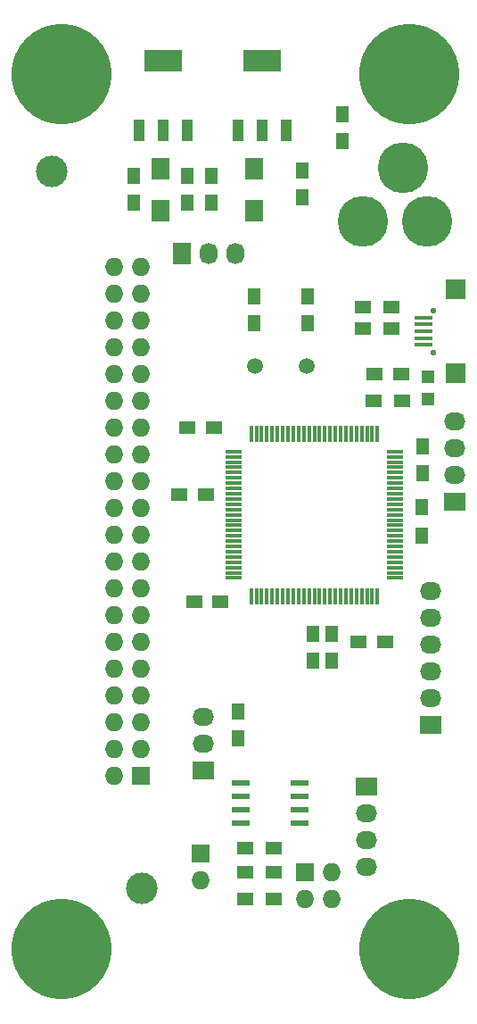
<source format=gbr>
G04 #@! TF.FileFunction,Soldermask,Top*
%FSLAX46Y46*%
G04 Gerber Fmt 4.6, Leading zero omitted, Abs format (unit mm)*
G04 Created by KiCad (PCBNEW (after 2015-mar-04 BZR unknown)-product) date 3/3/2017 1:44:03 PM*
%MOMM*%
G01*
G04 APERTURE LIST*
%ADD10C,0.100000*%
%ADD11R,1.500000X0.300000*%
%ADD12R,0.300000X1.500000*%
%ADD13R,1.500000X1.250000*%
%ADD14R,1.250000X1.500000*%
%ADD15R,1.700000X2.000000*%
%ADD16C,3.000000*%
%ADD17R,2.032000X1.727200*%
%ADD18O,2.032000X1.727200*%
%ADD19R,1.727200X1.727200*%
%ADD20O,1.727200X1.727200*%
%ADD21R,1.727200X2.032000*%
%ADD22O,1.727200X2.032000*%
%ADD23R,1.500000X1.300000*%
%ADD24R,1.300000X1.500000*%
%ADD25R,1.651000X0.599440*%
%ADD26C,4.800600*%
%ADD27R,3.657600X2.032000*%
%ADD28R,1.016000X2.032000*%
%ADD29R,1.800000X0.400000*%
%ADD30C,0.550000*%
%ADD31R,1.900000X1.900000*%
%ADD32C,1.501140*%
%ADD33R,1.198880X1.198880*%
%ADD34C,9.525000*%
G04 APERTURE END LIST*
D10*
D11*
X47705000Y-63785000D03*
X47705000Y-63285000D03*
X47705000Y-62785000D03*
X47705000Y-62285000D03*
X47705000Y-61785000D03*
X47705000Y-61285000D03*
X47705000Y-60785000D03*
X47705000Y-60285000D03*
X47705000Y-59785000D03*
X47705000Y-59285000D03*
X47705000Y-58785000D03*
X47705000Y-58285000D03*
X47705000Y-57785000D03*
X47705000Y-57285000D03*
X47705000Y-56785000D03*
X47705000Y-56285000D03*
X47705000Y-55785000D03*
X47705000Y-55285000D03*
X47705000Y-54785000D03*
X47705000Y-54285000D03*
X47705000Y-53785000D03*
X47705000Y-53285000D03*
X47705000Y-52785000D03*
X47705000Y-52285000D03*
X47705000Y-51785000D03*
D12*
X46005000Y-50085000D03*
X45505000Y-50085000D03*
X45005000Y-50085000D03*
X44505000Y-50085000D03*
X44005000Y-50085000D03*
X43505000Y-50085000D03*
X43005000Y-50085000D03*
X42505000Y-50085000D03*
X42005000Y-50085000D03*
X41505000Y-50085000D03*
X41005000Y-50085000D03*
X40505000Y-50085000D03*
X40005000Y-50085000D03*
X39505000Y-50085000D03*
X39005000Y-50085000D03*
X38505000Y-50085000D03*
X38005000Y-50085000D03*
X37505000Y-50085000D03*
X37005000Y-50085000D03*
X36505000Y-50085000D03*
X36005000Y-50085000D03*
X35505000Y-50085000D03*
X35005000Y-50085000D03*
X34505000Y-50085000D03*
X34005000Y-50085000D03*
D11*
X32305000Y-51785000D03*
X32305000Y-52285000D03*
X32305000Y-52785000D03*
X32305000Y-53285000D03*
X32305000Y-53785000D03*
X32305000Y-54285000D03*
X32305000Y-54785000D03*
X32305000Y-55285000D03*
X32305000Y-55785000D03*
X32305000Y-56285000D03*
X32305000Y-56785000D03*
X32305000Y-57285000D03*
X32305000Y-57785000D03*
X32305000Y-58285000D03*
X32305000Y-58785000D03*
X32305000Y-59285000D03*
X32305000Y-59785000D03*
X32305000Y-60285000D03*
X32305000Y-60785000D03*
X32305000Y-61285000D03*
X32305000Y-61785000D03*
X32305000Y-62285000D03*
X32305000Y-62785000D03*
X32305000Y-63285000D03*
X32305000Y-63785000D03*
D12*
X34005000Y-65485000D03*
X34505000Y-65485000D03*
X35005000Y-65485000D03*
X35505000Y-65485000D03*
X36005000Y-65485000D03*
X36505000Y-65485000D03*
X37005000Y-65485000D03*
X37505000Y-65485000D03*
X38005000Y-65485000D03*
X38505000Y-65485000D03*
X39005000Y-65485000D03*
X39505000Y-65485000D03*
X40005000Y-65485000D03*
X40505000Y-65485000D03*
X41005000Y-65485000D03*
X41505000Y-65485000D03*
X42005000Y-65485000D03*
X42505000Y-65485000D03*
X43005000Y-65485000D03*
X43505000Y-65485000D03*
X44005000Y-65485000D03*
X44505000Y-65485000D03*
X45005000Y-65485000D03*
X45505000Y-65485000D03*
X46005000Y-65485000D03*
D13*
X44216000Y-69850000D03*
X46716000Y-69850000D03*
D14*
X50292000Y-53828000D03*
X50292000Y-51328000D03*
D13*
X31095000Y-66040000D03*
X28595000Y-66040000D03*
X48240000Y-44450000D03*
X45740000Y-44450000D03*
D14*
X32766000Y-78974000D03*
X32766000Y-76474000D03*
D13*
X30460000Y-49530000D03*
X27960000Y-49530000D03*
D14*
X39878000Y-71608000D03*
X39878000Y-69108000D03*
X41656000Y-71608000D03*
X41656000Y-69108000D03*
D13*
X27198000Y-55880000D03*
X29698000Y-55880000D03*
D15*
X25400000Y-28924000D03*
X25400000Y-24924000D03*
X34290000Y-28924000D03*
X34290000Y-24924000D03*
D16*
X15087600Y-25247600D03*
X23647400Y-93218000D03*
D17*
X53340000Y-56515000D03*
D18*
X53340000Y-53975000D03*
X53340000Y-51435000D03*
X53340000Y-48895000D03*
D19*
X29210000Y-89916000D03*
D20*
X29210000Y-92456000D03*
D21*
X27432000Y-33020000D03*
D22*
X29972000Y-33020000D03*
X32512000Y-33020000D03*
D17*
X29464000Y-82042000D03*
D18*
X29464000Y-79502000D03*
X29464000Y-76962000D03*
D23*
X36148000Y-89408000D03*
X33448000Y-89408000D03*
X36148000Y-91694000D03*
X33448000Y-91694000D03*
X36148000Y-94234000D03*
X33448000Y-94234000D03*
D24*
X50165000Y-57070000D03*
X50165000Y-59770000D03*
D23*
X45640000Y-46990000D03*
X48340000Y-46990000D03*
D25*
X38608000Y-83185000D03*
X33020000Y-83185000D03*
X38608000Y-84455000D03*
X38608000Y-85725000D03*
X38608000Y-86995000D03*
X33020000Y-84455000D03*
X33020000Y-85725000D03*
X33020000Y-86995000D03*
D26*
X50749200Y-29997400D03*
X44653200Y-29997400D03*
X48463200Y-24917400D03*
D27*
X35052000Y-14732000D03*
D28*
X35052000Y-21336000D03*
X37338000Y-21336000D03*
X32766000Y-21336000D03*
D27*
X25654000Y-14732000D03*
D28*
X25654000Y-21336000D03*
X27940000Y-21336000D03*
X23368000Y-21336000D03*
D19*
X23495000Y-82550000D03*
D20*
X20955000Y-82550000D03*
X23495000Y-80010000D03*
X20955000Y-80010000D03*
X23495000Y-77470000D03*
X20955000Y-77470000D03*
X23495000Y-74930000D03*
X20955000Y-74930000D03*
X23495000Y-72390000D03*
X20955000Y-72390000D03*
X23495000Y-69850000D03*
X20955000Y-69850000D03*
X23495000Y-67310000D03*
X20955000Y-67310000D03*
X23495000Y-64770000D03*
X20955000Y-64770000D03*
X23495000Y-62230000D03*
X20955000Y-62230000D03*
X23495000Y-59690000D03*
X20955000Y-59690000D03*
X23495000Y-57150000D03*
X20955000Y-57150000D03*
X23495000Y-54610000D03*
X20955000Y-54610000D03*
X23495000Y-52070000D03*
X20955000Y-52070000D03*
X23495000Y-49530000D03*
X20955000Y-49530000D03*
X23495000Y-46990000D03*
X20955000Y-46990000D03*
X23495000Y-44450000D03*
X20955000Y-44450000D03*
X23495000Y-41910000D03*
X20955000Y-41910000D03*
X23495000Y-39370000D03*
X20955000Y-39370000D03*
X23495000Y-36830000D03*
X20955000Y-36830000D03*
X23495000Y-34290000D03*
X20955000Y-34290000D03*
D14*
X34290000Y-37104000D03*
X34290000Y-39604000D03*
X39370000Y-37104000D03*
X39370000Y-39604000D03*
D29*
X50400000Y-41686000D03*
X50400000Y-41036000D03*
X50400000Y-40386000D03*
X50400000Y-39736000D03*
X50400000Y-39086000D03*
D30*
X51325000Y-42386000D03*
X51325000Y-38386000D03*
D31*
X53425000Y-44336000D03*
X53425000Y-36436000D03*
D23*
X47324000Y-40132000D03*
X44624000Y-40132000D03*
X47324000Y-38100000D03*
X44624000Y-38100000D03*
D32*
X34389060Y-43688000D03*
X39270940Y-43688000D03*
D14*
X42672000Y-22332000D03*
X42672000Y-19832000D03*
X30226000Y-25674000D03*
X30226000Y-28174000D03*
X38862000Y-25166000D03*
X38862000Y-27666000D03*
X27940000Y-25674000D03*
X27940000Y-28174000D03*
X22860000Y-25674000D03*
X22860000Y-28174000D03*
D17*
X44958000Y-83566000D03*
D18*
X44958000Y-86106000D03*
X44958000Y-88646000D03*
X44958000Y-91186000D03*
D19*
X39116000Y-91694000D03*
D20*
X41656000Y-91694000D03*
X39116000Y-94234000D03*
X41656000Y-94234000D03*
D17*
X51054000Y-77724000D03*
D18*
X51054000Y-75184000D03*
X51054000Y-72644000D03*
X51054000Y-70104000D03*
X51054000Y-67564000D03*
X51054000Y-65024000D03*
D33*
X50800000Y-46769020D03*
X50800000Y-44670980D03*
D34*
X16000000Y-16000000D03*
X49000000Y-16000000D03*
X16000000Y-99000000D03*
X49000000Y-99000000D03*
M02*

</source>
